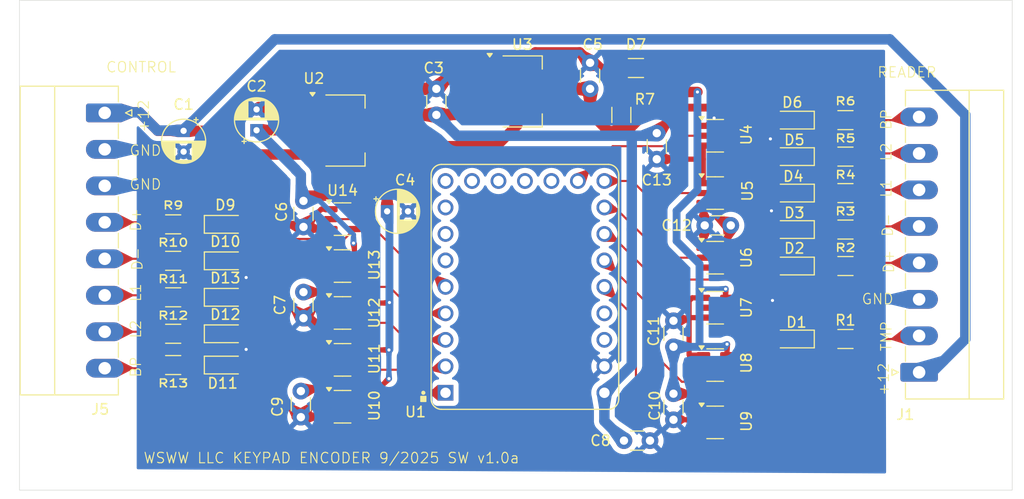
<source format=kicad_pcb>
(kicad_pcb (version 20240108) (generator "pcbnew") (generator_version "8.0")
  (layers (0 "F.Cu" signal) (31 "B.Cu" signal) (34 "B.Paste" user) (35 "F.Paste" user) (36 "B.SilkS" user "B.Silkscreen") (37 "F.SilkS" user "F.Silkscreen") (38 "B.Mask" user) (39 "F.Mask" user) (44 "Edge.Cuts" user))
  (net 0 "")
  (net 1 "Net-(J1-Pin_8)")
  (net 2 "+12V")
  (net 3 "Net-(J1-Pin_7)")
  (net 4 "Net-(J1-Pin_4)")
  (net 5 "Net-(J1-Pin_6)")
  (net 6 "Net-(J1-Pin_2)")
  (net 7 "GND")
  (net 8 "Net-(J5-Pin_4)")
  (net 9 "Net-(J5-Pin_5)")
  (net 10 "Net-(J5-Pin_7)")
  (net 11 "Net-(J5-Pin_8)")
  (net 12 "Net-(J5-Pin_6)")
  (net 14 "+5V")
  (net 15 "+3.3V")
  (net 16 "Net-(U1-GP2)")
  (net 18 "Net-(U1-GP15)")
  (net 20 "Net-(U1-GP26)")
  (net 23 "Net-(U1-GP27)")
  (net 25 "Net-(U1-GP4)")
  (net 26 "Net-(U1-GP3)")
  (net 27 "Net-(U1-GP0)")
  (net 28 "Net-(U1-GP14)")
  (net 29 "Net-(U1-GP28)")
  (net 30 "Net-(U1-GP1)")
  (net 34 "Net-(D1-K)")
  (net 35 "Net-(D2-K)")
  (net 36 "Net-(D3-K)")
  (net 37 "Net-(D4-K)")
  (net 38 "Net-(D5-K)")
  (net 39 "Net-(D6-K)")
  (net 40 "Net-(D7-A)")
  (net 41 "Net-(D9-K)")
  (net 42 "Net-(D10-K)")
  (net 43 "Net-(D11-K)")
  (net 44 "Net-(D12-K)")
  (net 45 "Net-(D13-K)")
  (net 46 "Net-(J1-Pin_5)")
  (net 48 "Net-(U1-GP13)")
  (footprint "Package_TO_SOT_SMD:SOT-23-5" (layer "F.Cu") (at 177 77.5)
    (property "Reference" "U4")
    (property "Value" "NC7SZ125M5X")
  )
  (footprint "Resistor_SMD:R_1206_3216Metric_Pad1.30x1.75mm_HandSolder" (layer "F.Cu") (at 189.5 90)
    (property "Reference" "R2")
    (property "Value" "R_Small_US")
  )
  (footprint "Capacitor_THT:CP_Radial_D4.0mm_P2.00mm" (layer "F.Cu") (at 145.5274 84.75)
    (property "Reference" "C4")
    (property "Value" "10")
  )
  (footprint "Diode_SMD:D_SOD-323_HandSoldering" (layer "F.Cu") (at 184.5 97 180)
    (property "Reference" "D1")
    (property "Value" "D_Zener_Small")
  )
  (footprint "MountingHole:MountingHole_3mm" (layer "F.Cu") (at 114 68.5)
    (property "Reference" "H1" (hide yes))
    (property "Value" "MountingHole")
  )
  (footprint "Resistor_SMD:R_1206_3216Metric_Pad1.30x1.75mm_HandSolder" (layer "F.Cu") (at 189.5 83)
    (property "Reference" "R4")
    (property "Value" "R_Small_US")
  )
  (footprint "Package_TO_SOT_SMD:SOT-23-5" (layer "F.Cu") (at 141.25 99)
    (property "Reference" "U11")
    (property "Value" "NC7SZ125M5X")
  )
  (footprint "Resistor_SMD:R_1206_3216Metric_Pad1.30x1.75mm_HandSolder" (layer "F.Cu") (at 189.5 97)
    (property "Reference" "R1")
    (property "Value" "R_Small_US")
  )
  (footprint "Diode_SMD:D_SOD-323_HandSoldering" (layer "F.Cu") (at 130 99.5)
    (property "Reference" "D11")
    (property "Value" "D_Zener_Small")
  )
  (footprint "Diode_SMD:D_SOD-323_HandSoldering" (layer "F.Cu") (at 130 86)
    (property "Reference" "D9")
    (property "Value" "D_Zener_Small")
  )
  (footprint "Resistor_SMD:R_1206_3216Metric_Pad1.30x1.75mm_HandSolder" (layer "F.Cu") (at 125 89.5)
    (property "Reference" "R10")
    (property "Value" "R_Small_US")
  )
  (footprint "Capacitor_THT:C_Disc_D3.0mm_W1.6mm_P2.50mm" (layer "F.Cu") (at 168.25 106.75)
    (property "Reference" "C8")
    (property "Value" "0.1")
  )
  (footprint "Audio_Module:MODULE_RP2040-ZERO" (layer "F.Cu") (at 158.75 92 180)
    (property "Reference" "U1")
    (property "Value" "RP2040-ZERO")
  )
  (footprint "Diode_SMD:D_SOD-323_HandSoldering" (layer "F.Cu") (at 184.5 79.5 180)
    (property "Reference" "D5")
    (property "Value" "D_Zener_Small")
  )
  (footprint "Resistor_SMD:R_1206_3216Metric_Pad1.30x1.75mm_HandSolder" (layer "F.Cu") (at 125 99.5)
    (property "Reference" "R13")
    (property "Value" "R_Small_US")
  )
  (footprint "Capacitor_THT:CP_Radial_D4.0mm_P2.00mm" (layer "F.Cu") (at 133 76.9726 90)
    (property "Reference" "C2")
    (property "Value" "10")
  )
  (footprint "Diode_SMD:D_SOD-323_HandSoldering" (layer "F.Cu") (at 184.5 86.5 180)
    (property "Reference" "D3")
    (property "Value" "D_Zener_Small")
  )
  (footprint "Package_TO_SOT_SMD:SOT-23-5" (layer "F.Cu") (at 177 89.2)
    (property "Reference" "U6")
    (property "Value" "NC7SZ125M5X")
  )
  (footprint "Capacitor_THT:C_Disc_D3.0mm_W1.6mm_P2.50mm" (layer "F.Cu") (at 173 104.75 90)
    (property "Reference" "C10")
    (property "Value" "0.1")
  )
  (footprint "Capacitor_THT:C_Disc_D3.0mm_W1.6mm_P2.50mm" (layer "F.Cu") (at 171.4 79.75 90)
    (property "Reference" "C13")
    (property "Value" "0.1")
  )
  (footprint "Diode_SMD:D_SOD-323_HandSoldering" (layer "F.Cu") (at 184.5 90 180)
    (property "Reference" "D2")
    (property "Value" "D_Zener_Small")
  )
  (footprint "Package_TO_SOT_SMD:SOT-223-3_TabPin2" (layer "F.Cu") (at 141.5 77)
    (property "Reference" "U2")
    (property "Value" "AMS1117-5.0")
  )
  (footprint "Package_TO_SOT_SMD:SOT-23-5" (layer "F.Cu") (at 177 105)
    (property "Reference" "U9")
    (property "Value" "NC7SZ125M5X")
  )
  (footprint "Resistor_SMD:R_1206_3216Metric_Pad1.30x1.75mm_HandSolder" (layer "F.Cu") (at 189.5 86.5)
    (property "Reference" "R3")
    (property "Value" "R_Small_US")
  )
  (footprint "Capacitor_THT:C_Disc_D3.0mm_W1.6mm_P2.50mm" (layer "F.Cu") (at 173 95.25 -90)
    (property "Reference" "C11")
    (property "Value" "0.1")
  )
  (footprint "Diode_SMD:D_SOD-323_HandSoldering" (layer "F.Cu") (at 130 96.5)
    (property "Reference" "D12")
    (property "Value" "D_Zener_Small")
  )
  (footprint "Capacitor_THT:C_Disc_D3.0mm_W1.6mm_P2.50mm" (layer "F.Cu") (at 137.5 83.75 -90)
    (property "Reference" "C6")
    (property "Value" "0.1")
  )
  (footprint "Resistor_SMD:R_1206_3216Metric_Pad1.30x1.75mm_HandSolder" (layer "F.Cu") (at 168 75.5 -90)
    (property "Reference" "R7")
    (property "Value" "R_Small_US")
  )
  (footprint "Capacitor_THT:C_Disc_D3.0mm_W1.6mm_P2.50mm" (layer "F.Cu") (at 150.25 75.5 90)
    (property "Reference" "C3")
    (property "Value" "0.1")
  )
  (footprint "Package_TO_SOT_SMD:SOT-23-5" (layer "F.Cu") (at 177 83)
    (property "Reference" "U5")
    (property "Value" "NC7SZ125M5X")
  )
  (footprint "Resistor_SMD:R_1206_3216Metric_Pad1.30x1.75mm_HandSolder" (layer "F.Cu") (at 125 96.5)
    (property "Reference" "R12")
    (property "Value" "R_Small_US")
  )
  (footprint "Connector_Phoenix_MC:PhoenixContact_MC_1,5_8-G-3.5_1x08_P3.50mm_Horizontal" (layer "F.Cu") (at 118.4325 75.305 -90)
    (property "Reference" "J5")
    (property "Value" "Conn_01x08_Pin")
  )
  (footprint "Resistor_SMD:R_1206_3216Metric_Pad1.30x1.75mm_HandSolder" (layer "F.Cu") (at 125 86)
    (property "Reference" "R9")
    (property "Value" "R_Small_US")
  )
  (footprint "MountingHole:MountingHole_3mm" (layer "F.Cu") (at 201.5 68.5)
    (property "Reference" "H3" (hide yes))
    (property "Value" "MountingHole")
  )
  (footprint "Resistor_SMD:R_1206_3216Metric_Pad1.30x1.75mm_HandSolder" (layer "F.Cu") (at 169.4 71)
    (property "Reference" "D7")
    (property "Value" "LED")
  )
  (footprint "Package_TO_SOT_SMD:SOT-23-5" (layer "F.Cu") (at 141.25 85.5)
    (property "Reference" "U14")
    (property "Value" "NC7SZ125M5X")
  )
  (footprint "Capacitor_THT:C_Disc_D3.0mm_W1.6mm_P2.50mm" (layer "F.Cu") (at 165 73 90)
    (property "Reference" "C5")
    (property "Value" "0.1")
  )
  (footprint "Capacitor_THT:CP_Radial_D4.0mm_P2.00mm" (layer "F.Cu") (at 126 77.0274 -90)
    (property "Reference" "C1")
    (property "Value" "10")
  )
  (footprint "Diode_SMD:D_SOD-323_HandSoldering" (layer "F.Cu") (at 184.5 76 180)
    (property "Reference" "D6")
    (property "Value" "D_Zener_Small")
  )
  (footprint "Resistor_SMD:R_1206_3216Metric_Pad1.30x1.75mm_HandSolder" (layer "F.Cu") (at 189.5 76)
    (property "Reference" "R6")
    (property "Value" "R_Small_US")
  )
  (footprint "Package_TO_SOT_SMD:SOT-23-5" (layer "F.Cu") (at 177 94)
    (property "Reference" "U7")
    (property "Value" "NC7SZ125M5X")
  )
  (footprint "Package_TO_SOT_SMD:SOT-223-3_TabPin2" (layer "F.Cu") (at 158.5 73.25)
    (property "Reference" "U3")
    (property "Value" "AMS1117-3.3")
  )
  (footprint "Capacitor_THT:C_Disc_D3.0mm_W1.6mm_P2.50mm" (layer "F.Cu") (at 176 86.1)
    (property "Reference" "C12")
    (property "Value" "0.1")
  )
  (footprint "Package_TO_SOT_SMD:SOT-23-5" (layer "F.Cu") (at 177 99.5)
    (property "Reference" "U8")
    (property "Value" "NC7SZ125M5X")
  )
  (footprint "Resistor_SMD:R_1206_3216Metric_Pad1.30x1.75mm_HandSolder" (layer "F.Cu") (at 189.5 79.5)
    (property "Reference" "R5")
    (property "Value" "R_Small_US")
  )
  (footprint "Package_TO_SOT_SMD:SOT-23-5" (layer "F.Cu") (at 141.25 94.5)
    (property "Reference" "U12")
    (property "Value" "NC7SZ125M5X")
  )
  (footprint "MountingHole:MountingHole_3mm" (layer "F.Cu") (at 201.5 107.5)
    (property "Reference" "H4" (hide yes))
    (property "Value" "MountingHole")
  )
  (footprint "Diode_SMD:D_SOD-323_HandSoldering" (layer "F.Cu") (at 130 93)
    (property "Reference" "D13")
    (property "Value" "D_Zener_Small")
  )
  (footprint "Package_TO_SOT_SMD:SOT-23-5" (layer "F.Cu") (at 141.25 103.5)
    (property "Reference" "U10")
    (property "Value" "NC7SZ125M5X")
  )
  (footprint "Capacitor_THT:C_Disc_D3.0mm_W1.6mm_P2.50mm" (layer "F.Cu") (at 137.25 102 -90)
    (property "Reference" "C9")
    (property "Value" "0.1")
  )
  (footprint "Package_TO_SOT_SMD:SOT-23-5" (layer "F.Cu") (at 141.25 90)
    (property "Reference" "U13")
    (property "Value" "NC7SZ125M5X")
  )
  (footprint "Connector_Phoenix_MC:PhoenixContact_MC_1,5_8-G-3.5_1x08_P3.50mm_Horizontal" (layer "F.Cu") (at 196.5675 100.195 90)
    (property "Reference" "J1")
    (property "Value" "Conn_01x08_Pin")
  )
  (footprint "MountingHole:MountingHole_3mm" (layer "F.Cu") (at 114 107.5)
    (property "Reference" "H2" (hide yes))
    (property "Value" "MountingHole")
  )
  (footprint "Resistor_SMD:R_1206_3216Metric_Pad1.30x1.75mm_HandSolder" (layer "F.Cu") (at 125 93)
    (property "Reference" "R11")
    (property "Value" "R_Small_US")
  )
  (footprint "Capacitor_THT:C_Disc_D3.0mm_W1.6mm_P2.50mm" (layer "F.Cu") (at 137.5 92.5 -90)
    (property "Reference" "C7")
    (property "Value" "0.1")
  )
  (footprint "Diode_SMD:D_SOD-323_HandSoldering" (layer "F.Cu") (at 130 89.5)
    (property "Reference" "D10")
    (property "Value" "D_Zener_Small")
  )
  (footprint "Diode_SMD:D_SOD-323_HandSoldering" (layer "F.Cu") (at 184.5 83 180)
    (property "Reference" "D4")
    (property "Value" "D_Zener_Small")
  )
  (gr_rect (start 148.75 102.5) (end 149.25 103) (stroke (width 0.1)) (fill solid) (layer "F.SilkS"))
  (gr_rect (start 110.25 64.5) (end 205.5 111.5) (stroke (width 0.05)) (fill none) (layer "Edge.Cuts"))
  (gr_text "BP\n" (at 194 77 90) (layer "F.SilkS") (effects (font (size 1 1) (thickness 0.1)) (justify left bottom)))
  (gr_text "D+\n" (at 122 86.75 90) (layer "F.SilkS") (effects (font (size 1 1) (thickness 0.1)) (justify left bottom)))
  (gr_text "GND" (at 120.75 82.75 0) (layer "F.SilkS") (effects (font (size 1 1) (thickness 0.1)) (justify left bottom)))
  (gr_text "TMP" (at 194 98.25 90) (layer "F.SilkS") (effects (font (size 1 1) (thickness 0.1)) (justify left bottom)))
  (gr_text "L2" (at 122 97 90) (layer "F.SilkS") (effects (font (size 1 1) (thickness 0.1)) (justify left bottom)))
  (gr_text "CONTROL\n" (at 118.5 71.5 0) (layer "F.SilkS") (effects (font (size 1 1) (thickness 0.1)) (justify left bottom)))
  (gr_text "L1" (at 194 83.5 90) (layer "F.SilkS") (effects (font (size 1 1) (thickness 0.1)) (justify left bottom)))
  (gr_text "D-\n\n" (at 195.75 87.25 90) (layer "F.SilkS") (effects (font (size 1 1) (thickness 0.1)) (justify left bottom)))
  (gr_text "D-\n\n" (at 123.75 90.5 90) (layer "F.SilkS") (effects (font (size 1 1) (thickness 0.1)) (justify left bottom)))
  (gr_text "+12" (at 122.75 77.25 90) (layer "F.SilkS") (effects (font (size 1 1) (thickness 0.1)) (justify left bottom)))
  (gr_text "GND" (at 120.75 79.5 0) (layer "F.SilkS") (effects (font (size 1 1) (thickness 0.1)) (justify left bottom)))
  (gr_text "READER" (at 192.5 72 0) (layer "F.SilkS") (effects (font (size 1 1) (thickness 0.1)) (justify left bottom)))
  (gr_text "D+\n" (at 194.25 90.75 90) (layer "F.SilkS") (effects (font (size 1 1) (thickness 0.1)) (justify left bottom)))
  (gr_text "BP\n" (at 122 100.75 90) (layer "F.SilkS") (effects (font (size 1 1) (thickness 0.1)) (justify left bottom)))
  (gr_text "+12" (at 193.75 102.5 90) (layer "F.SilkS") (effects (font (size 1 1) (thickness 0.1)) (justify left bottom)))
  (gr_text "GND" (at 191 93.75 0) (layer "F.SilkS") (effects (font (size 1 1) (thickness 0.1)) (justify left bottom)))
  (gr_text "WSWW LLC KEYPAD ENCODER 9/2025 SW v1.0a" (at 122.1 109 0) (layer "F.SilkS") (effects (font (size 1 1) (thickness 0.1)) (justify left bottom)))
  (gr_text "L2" (at 194 80 90) (layer "F.SilkS") (effects (font (size 1 1) (thickness 0.1)) (justify left bottom)))
  (gr_text "L1" (at 122 93.5 90) (layer "F.SilkS") (effects (font (size 1 1) (thickness 0.1)) (justify left bottom)))
  (segment (start 196.415 75.8475) (end 196.492 75.7712) (width 0.2) (layer "F.Cu") (net 1))
  (segment (start 196.568 75.695) (end 196.53 75.733) (width 0.2) (layer "F.Cu") (net 1))
  (segment (start 196.262 76) (end 191.05 76) (width 0.2) (layer "F.Cu") (net 1))
  (segment (start 196.415 75.8475) (end 196.262 76) (width 0.2) (layer "F.Cu") (net 1))
  (segment (start 196.415 75.8475) (end 196.492 75.7712) (width 0.2) (layer "F.Cu") (net 1))
  (segment (start 196.5675 75.6955) (end 196.5675 75.695) (width 0.2) (layer "F.Cu") (net 1))
  (segment (start 196.53 75.733) (end 196.492 75.771) (width 0.2) (layer "F.Cu") (net 1))
  (segment (start 196.492 75.771) (end 196.492 75.7712) (width 0.2) (layer "F.Cu") (net 1))
  (segment (start 196.53 75.733) (end 196.5675 75.6955) (width 0.2) (layer "F.Cu") (net 1))
  (segment (start 118.432 75.3048) (end 118.488 75.25) (width 1) (layer "F.Cu") (net 2))
  (segment (start 118.432 75.305) (end 118.432 75.3048) (width 0.5) (layer "F.Cu") (net 2))
  (segment (start 130.55 79.3) (end 138.35 79.3) (width 1) (layer "F.Cu") (net 2))
  (segment (start 126 77.0274) (end 128.277 77.0274) (width 1) (layer "F.Cu") (net 2))
  (segment (start 138.375 79.275) (end 138.35 79.3) (width 1) (layer "F.Cu") (net 2))
  (segment (start 128.277 77.0274) (end 130.55 79.3) (width 1) (layer "F.Cu") (net 2))
  (segment (start 121.75 75.25) (end 123.527 77.0274) (width 1) (layer "F.Cu") (net 2))
  (segment (start 123.527 77.0274) (end 126 77.0274) (width 1) (layer "F.Cu") (net 2))
  (segment (start 118.4325 75.305) (end 118.432 75.305) (width 0.5) (layer "F.Cu") (net 2))
  (segment (start 118.432 75.305) (end 118.432 75.3048) (width 1) (layer "F.Cu") (net 2))
  (segment (start 118.488 75.25) (end 121.75 75.25) (width 1) (layer "F.Cu") (net 2))
  (segment (start 201 97) (end 201 75.5) (width 1) (layer "B.Cu") (net 2))
  (segment (start 134.75 68.25) (end 126 77) (width 1) (layer "B.Cu") (net 2))
  (segment (start 126 77) (end 123.5 77) (width 1) (layer "B.Cu") (net 2))
  (segment (start 196.568 100.195) (end 197.805 100.195) (width 1) (layer "B.Cu") (net 2))
  (segment (start 123.5 77) (end 121.75 75.25) (width 1) (layer "B.Cu") (net 2))
  (segment (start 121.75 75.25) (end 118.488 75.25) (width 1) (layer "B.Cu") (net 2))
  (segment (start 118.488 75.25) (end 118.46 75.2775) (width 1) (layer "B.Cu") (net 2))
  (segment (start 196.5675 100.195) (end 196.568 100.195) (width 0.5) (layer "B.Cu") (net 2))
  (segment (start 201 75.5) (end 193.75 68.25) (width 1) (layer "B.Cu") (net 2))
  (segment (start 193.75 68.25) (end 134.75 68.25) (width 1) (layer "B.Cu") (net 2))
  (segment (start 197.805 100.195) (end 201 97) (width 1) (layer "B.Cu") (net 2))
  (segment (start 126 77.0274) (end 126 77) (width 1) (layer "B.Cu") (net 2))
  (segment (start 191.05 79.5) (end 191.355 79.195) (width 0.2) (layer "F.Cu") (net 3))
  (segment (start 196.5675 79.195) (end 196.568 79.195) (width 0.2) (layer "F.Cu") (net 3))
  (segment (start 191.355 79.195) (end 196.5675 79.195) (width 0.2) (layer "F.Cu") (net 3))
  (segment (start 191.355 89.695) (end 191.05 90) (width 0.2) (layer "F.Cu") (net 4))
  (segment (start 196.568 89.695) (end 196.5675 89.695) (width 0.2) (layer "F.Cu") (net 4))
  (segment (start 196.5675 89.695) (end 191.355 89.695) (width 0.2) (layer "F.Cu") (net 4))
  (segment (start 196.568 82.695) (end 196.5675 82.695) (width 0.2) (layer "F.Cu") (net 5))
  (segment (start 191.355 82.695) (end 191.05 83) (width 0.2) (layer "F.Cu") (net 5))
  (segment (start 196.5675 82.695) (end 191.355 82.695) (width 0.2) (layer "F.Cu") (net 5))
  (segment (start 196.415 96.8475) (end 196.262 97) (width 0.2) (layer "F.Cu") (net 6))
  (segment (start 196.415 96.8475) (end 196.5675 96.695) (width 0.2) (layer "F.Cu") (net 6))
  (segment (start 196.262 97) (end 191.05 97) (width 0.2) (layer "F.Cu") (net 6))
  (segment (start 183.25 84.7) (end 183.25 83) (width 0.5) (layer "F.Cu") (net 7))
  (segment (start 140.1125 90.95) (end 138.95 90.95) (width 0.5) (layer "F.Cu") (net 7))
  (segment (start 175.8625 83.95) (end 175.8625 85.9625) (width 0.5) (layer "F.Cu") (net 7))
  (segment (start 173 104.75) (end 174.5 104.75) (width 0.5) (layer "F.Cu") (net 7))
  (segment (start 175.862 100.45) (end 175.8625 100.45) (width 0.5) (layer "F.Cu") (net 7))
  (segment (start 140.1125 84.55) (end 140.112 84.55) (width 0.5) (layer "F.Cu") (net 7))
  (segment (start 175.862 79.75) (end 175.862 82.05) (width 0.5) (layer "F.Cu") (net 7))
  (segment (start 136.6 104.5) (end 137.25 104.5) (width 0.5) (layer "F.Cu") (net 7))
  (segment (start 175.8625 94.95) (end 174.55 94.95) (width 0.5) (layer "F.Cu") (net 7))
  (segment (start 167.85 71) (end 165.5 71) (width 0.5) (layer "F.Cu") (net 7))
  (segment (start 165.5 71) (end 165 70.5) (width 0.5) (layer "F.Cu") (net 7))
  (segment (start 175.8625 78.45) (end 175.862 78.45) (width 0.5) (layer "F.Cu") (net 7))
  (segment (start 173.5 79.75) (end 175.862 79.75) (width 0.5) (layer "F.Cu") (net 7))
  (segment (start 173.25 95) (end 173 95.25) (width 0.5) (layer "F.Cu") (net 7))
  (segment (start 174.55 99.95) (end 174.55 98.55) (width 0.5) (layer "F.Cu") (net 7))
  (segment (start 131.25 91.1) (end 132 91.1) (width 0.5) (layer "F.Cu") (net 7))
  (segment (start 171.75 79.75) (end 173.5 79.75) (width 0.5) (layer "F.Cu") (net 7))
  (segment (start 164 69.5) (end 159.75 69.5) (width 1) (layer "F.Cu") (net 7))
  (segment (start 176.15 76.55) (end 175.8625 76.55) (width 0.5) (layer "F.Cu") (net 7))
  (segment (start 175.862 78.45) (end 175.862 79.75) (width 0.5) (layer "F.Cu") (net 7))
  (segment (start 175.8625 86.1125) (end 175.85 86.1) (width 0.5) (layer "F.Cu") (net 7))
  (segment (start 138.5 90.5) (end 138.5 89.5) (width 0.5) (layer "F.Cu") (net 7))
  (segment (start 174.55 94.95) (end 174.5 95) (width 0.5) (layer "F.Cu") (net 7))
  (segment (start 175.8625 85.9625) (end 176 86.1) (width 0.5) (layer "F.Cu") (net 7))
  (segment (start 140.112 84.55) (end 139.2 84.55) (width 0.5) (layer "F.Cu") (net 7))
  (segment (start 141.25 99.75) (end 141.25 98.35) (width 0.5) (layer "F.Cu") (net 7))
  (segment (start 175.05 100.45) (end 174.55 99.95) (width 0.5) (layer "F.Cu") (net 7))
  (segment (start 155.35 70.95) (end 152.3 70.95) (width 1) (layer "F.Cu") (net 7))
  (segment (start 183.25 90) (end 183.25 93.3) (width 0.5) (layer "F.Cu") (net 7))
  (segment (start 141.05 99.95) (end 141.25 99.75) (width 0.5) (layer "F.Cu") (net 7))
  (segment (start 137.95 95.45) (end 137.5 95) (width 0.5) (layer "F.Cu") (net 7))
  (segment (start 133.223 74.75) (end 138.3 74.75) (width 1) (layer "F.Cu") (net 7))
  (segment (start 138.5 89.5) (end 138.5 89.05) (width 0.5) (layer "F.Cu") (net 7))
  (segment (start 175.837 98.525) (end 175.812 98.5) (width 0.5) (layer "F.Cu") (net 7))
  (segment (start 140.1125 93.55) (end 140.112 93.55) (width 0.5) (layer "F.Cu") (net 7))
  (segment (start 140.95 74.75) (end 138.4 74.75) (width 1) (layer "F.Cu") (net 7))
  (segment (start 140.1125 89.05) (end 140.112 89.05) (width 0.5) (layer "F.Cu") (net 7))
  (segment (start 175.8625 104.05) (end 175.862 104.05) (width 0.5) (layer "F.Cu") (net 7))
  (segment (start 174.5 98.5) (end 174.5 93.35) (width 0.5) (layer "F.Cu") (net 7))
  (segment (start 174.5 104.75) (end 174.5 104.05) (width 0.5) (layer "F.Cu") (net 7))
  (segment (start 175.8625 98.55) (end 174.55 98.55) (width 0.5) (layer "F.Cu") (net 7))
  (segment (start 175.8625 88.25) (end 175.8625 86.2375) (width 0.5) (layer "F.Cu") (net 7))
  (segment (start 176.9 75.8) (end 176.15 76.55) (width 0.5) (layer "F.Cu") (net 7))
  (segment (start 131.65 86) (end 137.25 86) (width 0.5) (layer "F.Cu") (net 7))
  (segment (start 139.2 84.55) (end 137.5 86.25) (width 0.5) (layer "F.Cu") (net 7))
  (segment (start 136.5 90.5) (end 138.25 90.5) (width 0.5) (layer "F.Cu") (net 7))
  (segment (start 135.5 91.5) (end 136.5 90.5) (width 0.5) (layer "F.Cu") (net 7))
  (segment (start 131.25 96.5) (end 131.25 98) (width 0.5) (layer "F.Cu") (net 7))
  (segment (start 174.5 95) (end 173.25 95) (width 0.5) (layer "F.Cu") (net 7))
  (segment (start 137.25 104.5) (end 137.3 104.45) (width 0.5) (layer "F.Cu") (net 7))
  (segment (start 174.5 105.95) (end 174.5 104.75) (width 0.5) (layer "F.Cu") (net 7))
  (segment (start 155.4 71) (end 155.35 70.95) (width 1) (layer "F.Cu") (net 7))
  (segment (start 138.95 93.55) (end 137.5 95) (width 0.5) (layer "F.Cu") (net 7))
  (segment (start 158.25 71) (end 155.4 71) (width 1) (layer "F.Cu") (net 7))
  (segment (start 175.812 100.5) (end 175.862 100.45) (width 0.5) (layer "F.Cu") (net 7))
  (segment (start 176.85 90.15) (end 177 90) (width 0.5) (layer "F.Cu") (net 7))
  (segment (start 136.55 99.95) (end 135.55 100.95) (width 0.5) (layer "F.Cu") (net 7))
  (segment (start 175.8625 105.95) (end 175.862 105.95) (width 0.5) (layer "F.Cu") (net 7))
  (segment (start 175.8625 86.2375) (end 176 86.1) (width 0.5) (layer "F.Cu") (net 7))
  (segment (start 183.25 77.8) (end 183.25 76) (width 0.5) (layer "F.Cu") (net 7))
  (segment (start 135.55 100.95) (end 135.55 102.8) (width 0.5) (layer "F.Cu") (net 7))
  (segment (start 140.112 95.45) (end 137.95 95.45) (width 0.5) (layer "F.Cu") (net 7))
  (segment (start 177 90) (end 177 88.25) (width 0.5) (layer "F.Cu") (net 7))
  (segment (start 174.8 93.05) (end 175.8625 93.05) (width 0.5) (layer "F.Cu") (net 7))
  (segment (start 152.3 70.95) (end 150.25 73) (width 1) (layer "F.Cu") (net 7))
  (segment (start 175.862 105.95) (end 174.5 105.95) (width 0.5) (layer "F.Cu") (net 7))
  (segment (start 140.112 93.55) (end 138.95 93.55) (width 0.5) (layer "F.Cu") (net 7))
  (segment (start 175.8625 82.05) (end 175.862 82.05) (width 0.5) (layer "F.Cu") (net 7))
  (segment (start 175.8625 90.15) (end 176.85 90.15) (width 0.5) (layer "F.Cu") (net 7))
  (segment (start 165 70.5) (end 164 69.5) (width 1) (layer "F.Cu") (net 7))
  (segment (start 175.8625 100.45) (end 175.05 100.45) (width 0.5) (layer "F.Cu") (net 7))
  (segment (start 138.3 74.75) (end 138.35 74.7) (width 1) (layer "F.Cu") (net 7))
  (segment (start 139.05 102.55) (end 137.25 104.35) (width 0.5) (layer "F.Cu") (net 7))
  (segment (start 183.25 97) (end 183.155 96.905) (width 0.5) (layer "F.Cu") (net 7))
  (segment (start 137.7 86.45) (end 137.5 86.25) (width 0.5) (layer "F.Cu") (net 7))
  (segment (start 137.3 104.45) (end 140.1125 104.45) (width 0.5) (layer "F.Cu") (net 7))
  (segment (start 174.55 98.55) (end 174.5 98.5) (width 0.5) (layer "F.Cu") (net 7))
  (segment (start 183.25 77.8) (end 182.3 77.8) (width 0.5) (layer "F.Cu") (net 7))
  (segment (start 140.1125 86.45) (end 140.112 86.45) (width 0.5) (layer "F.Cu") (net 7))
  (segment (start 137.25 104.35) (end 137.25 104.5) (width 0.5) (layer "F.Cu") (net 7))
  (segment (start 183.25 84.7) (end 182.4 84.7) (width 0.5) (layer "F.Cu") (net 7))
  (segment (start 183.25 86.5) (end 183.1 86.5) (width 0.5) (layer "F.Cu") (net 7))
  (segment (start 159.75 69.5) (end 158.25 71) (width 1) (layer "F.Cu") (net 7))
  (segment (start 150.25 73) (end 142.7 73) (width 1) (layer "F.Cu") (net 7))
  (segment (start 135.5 93) (end 135.5 91.5) (width 0.5) (layer "F.Cu") (net 7))
  (segment (start 131.25 89.5) (end 131.25 91.1) (width 0.5) (layer "F.Cu") (net 7))
  (segment (start 131.25 96.5023) (end 131.25 96.5011) (width 0.5) (layer "F.Cu") (net 7))
  (segment (start 138.5 90.25) (end 138.5 89.5) (width 0.5) (layer "F.Cu") (net 7))
  (segment (start 141.25 98.35) (end 140.95 98.05) (width 0.5) (layer "F.Cu") (net 7))
  (segment (start 138.25 90.5) (end 138.5 90.25) (width 0.5) (layer "F.Cu") (net 7))
  (segment (start 142.7 73) (end 140.95 74.75) (width 1) (layer "F.Cu") (net 7))
  (segment (start 135.5 93) (end 137.5 95) (width 0.5) (layer "F.Cu") (net 7))
  (segment (start 132 98) (end 131.25 98) (width 0.5) (layer "F.Cu") (net 7))
  (segment (start 183.25 86.5) (end 183.25 84.7) (width 0.5) (layer "F.Cu") (net 7))
  (segment (start 137.25 86) (end 137.5 86.25) (width 1) (layer "F.Cu") (net 7))
  (segment (start 140.1125 99.95) (end 136.55 99.95) (width 0.5) (layer "F.Cu") (net 7))
  (segment (start 131.25 98) (end 131.25 99.5) (width 0.5) (layer "F.Cu") (net 7))
  (segment (start 140.1125 102.55) (end 139.05 102.55) (width 0.5) (layer "F.Cu") (net 7))
  (segment (start 135.55 102.8) (end 137.25 104.5) (width 0.5) (layer "F.Cu") (net 7))
  (segment (start 138.5 89.05) (end 140.112 89.05) (width 0.5) (layer "F.Cu") (net 7))
  (segment (start 174.5 104.05) (end 175.862 104.05) (width 0.5) (layer "F.Cu") (net 7))
  (segment (start 140.1125 95.45) (end 140.112 95.45) (width 0.5) (layer "F.Cu") (net 7))
  (segment (start 138.4 74.75) (end 138.35 74.7) (width 1) (layer "F.Cu") (net 7))
  (segment (start 175.8625 83.95) (end 175.862 83.95) (width 0.5) (layer "F.Cu") (net 7))
  (segment (start 140.112 86.45) (end 137.7 86.45) (width 0.5) (layer "F.Cu") (net 7))
  (segment (start 174.5 93.35) (end 174.8 93.05) (width 0.5) (layer "F.Cu") (net 7))
  (segment (start 177 88.25) (end 175.8625 88.25) (width 0.5) (layer "F.Cu") (net 7))
  (segment (start 131.25 96.5011) (end 131.25 96.5) (width 0.5) (layer "F.Cu") (net 7))
  (segment (start 140.1125 99.95) (end 141.05 99.95) (width 0.5) (layer "F.Cu") (net 7))
  (segment (start 131.25 96.5023) (end 131.252 96.5) (width 0.5) (layer "F.Cu") (net 7))
  (segment (start 175.838 98.525) (end 175.862 98.55) (width 0.5) (layer "F.Cu") (net 7))
  (segment (start 175.837 98.525) (end 175.838 98.525) (width 0.5) (layer "F.Cu") (net 7))
  (segment (start 131.25 86) (end 131.65 86) (width 0.5) (layer "F.Cu") (net 7))
  (segment (start 183.25 79.5) (end 183.25 77.8) (width 0.5) (layer "F.Cu") (net 7))
  (segment (start 182.5 93.3) (end 183.25 93.3) (width 0.5) (layer "F.Cu") (net 7))
  (segment (start 175.8625 98.55) (end 175.862 98.55) (width 0.5) (layer "F.Cu") (net 7))
  (segment (start 138.95 90.95) (end 138.5 90.5) (width 0.5) (layer "F.Cu") (net 7))
  (segment (start 131.25 91.1) (end 131.25 93) (width 0.5) (layer "F.Cu") (net 7))
  (segment (start 133 74.9726) (end 133.223 74.75) (width 1) (layer "F.Cu") (net 7))
  (segment (start 140.95 98.05) (end 140.1125 98.05) (width 0.5) (layer "F.Cu") (net 7))
  (segment (start 175.8625 86.0875) (end 175.85 86.1) (width 0.5) (layer "F.Cu") (net 7))
  (segment (start 183.25 93.3) (end 183.25 97) (width 0.5) (layer "F.Cu") (net 7))
  (via (at 176.9 75.8) (size 0.6) (drill 0.3) (layers "F.Cu" "B.Cu") (net 7))
  (via (at 132 91.1) (size 0.6) (drill 0.3) (layers "F.Cu" "B.Cu") (net 7))
  (via (at 132 98) (size 0.6) (drill 0.3) (layers "F.Cu" "B.Cu") (net 7))
  (via (at 182.4 84.7) (size 0.6) (drill 0.3) (layers "F.Cu" "B.Cu") (net 7))
  (via (at 182.3 77.8) (size 0.6) (drill 0.3) (layers "F.Cu" "B.Cu") (net 7))
  (via (at 182.5 93.3) (size 0.6) (drill 0.3) (layers "F.Cu" "B.Cu") (net 7))
  (segment (start 173.25 95) (end 173 95.25) (width 1) (layer "B.Cu") (net 7))
  (segment (start 133 74.9726) (end 132.5274 74.9726) (width 1) (layer "B.Cu") (net 7))
  (segment (start 126 79.0274) (end 126 79.25) (width 1) (layer "B.Cu") (net 7))
  (segment (start 126 79.0274) (end 126.027 79) (width 1) (layer "B.Cu") (net 7))
  (segment (start 137.374 104.5) (end 137.25 104.5) (width 0.5) (layer "B.Cu") (net 7))
  (segment (start 191.505 93.195) (end 191.5 93.2) (width 0.5) (layer "B.Cu") (net 7))
  (segment (start 122.9 78.805) (end 118.4325 78.805) (width 1) (layer "B.Cu") (net 7))
  (segment (start 147.5274 84.75) (end 147.527 84.75) (width 0.5) (layer "B.Cu") (net 7))
  (segment (start 196.5675 93.195) (end 191.505 93.195) (width 1) (layer "B.Cu") (net 7))
  (segment (start 122.945 82.305) (end 122.9 82.26) (width 1) (layer "B.Cu") (net 7))
  (segment (start 118.4325 82.305) (end 122.945 82.305) (width 1) (layer "B.Cu") (net 7))
  (segment (start 118.432 85.805) (end 123.98 85.805) (width 0.2) (layer "F.Cu") (net 8))
  (segment (start 118.432 89.305) (end 123.98 89.305) (width 0.2) (layer "F.Cu") (net 9))
  (segment (start 118.432 96.305) (end 123.98 96.305) (width 0.2) (layer "F.Cu") (net 10))
  (segment (start 118.432 99.805) (end 123.87 99.805) (width 0.2) (layer "F.Cu") (net 11))
  (segment (start 118.432 92.805) (end 123.98 92.805) (width 0.2) (layer "F.Cu") (net 12))
  (segment (start 178.138 76.55) (end 178.138 76.6125) (width 0.5) (layer "F.Cu") (net 14))
  (segment (start 142.25 77) (end 144.65 77) (width 1) (layer "F.Cu") (net 14))
  (segment (start 142.3875 83.3875) (end 142.25 83.25) (width 0.5) (layer "F.Cu") (net 14))
  (segment (start 155.3 75.5) (end 155.35 75.55) (width 1) (layer "F.Cu") (net 14))
  (segment (start 178.138 82.05) (end 178.1375 82.05) (width 0.5) (layer "F.Cu") (net 14))
  (segment (start 142.25 83.25) (end 138 83.25) (width 1) (layer "F.Cu") (net 14))
  (segment (start 173.85 74.8) (end 177.5 74.8) (width 0.75) (layer "F.Cu") (net 14))
  (segment (start 142.3875 89.05) (end 142.388 89.05) (width 0.5) (layer "F.Cu") (net 14))
  (segment (start 177.9 86.1) (end 178.5 86.1) (width 0.5) (layer "F.Cu") (net 14))
  (segment (start 144.65 77) (end 146.5 77) (width 1) (layer "F.Cu") (net 14))
  (segment (start 177 77.75) (end 177 79.8) (width 0.5) (layer "F.Cu") (net 14))
  (segment (start 142.388 84.55) (end 142.388 84.5498) (width 0.5) (layer "F.Cu") (net 14))
  (segment (start 142.3875 87.8875) (end 142.3 87.8) (width 0.5) (layer "F.Cu") (net 14))
  (segment (start 142.3879 84.55) (end 142.3875 84.55) (width 0.5) (layer "F.Cu") (net 14))
  (segment (start 177.5 74.8) (end 178.2 75.5) (width 0.75) (layer "F.Cu") (net 14))
  (segment (start 138.35 77) (end 142.25 77) (width 1) (layer "F.Cu") (net 14))
  (segment (start 177 79.8) (end 178.1375 80.9375) (width 0.5) (layer "F.Cu") (net 14))
  (segment (start 133 76.9726) (end 138.323 76.9726) (width 1) (layer "F.Cu") (net 14))
  (segment (start 171.4 77.25) (end 173.85 74.8) (width 0.75) (layer "F.Cu") (net 14))
  (segment (start 148 75.5) (end 150.25 75.5) (width 1) (layer "F.Cu") (net 14))
  (segment (start 150.25 75.5) (end 155.3 75.5) (width 1) (layer "F.Cu") (net 14))
  (segment (start 178.1375 86.4625) (end 178.5 86.1) (width 0.5) (layer "F.Cu") (net 14))
  (segment (start 178.2 75.5) (end 178.2 76.4875) (width 0.75) (layer "F.Cu") (net 14))
  (segment (start 178.1375 88.25) (end 178.1375 86.4625) (width 0.5) (layer "F.Cu") (net 14))
  (segment (start 178.1375 82.3625) (end 177 83.5) (width 0.5) (layer "F.Cu") (net 14))
  (segment (start 142.3875 84.55) (end 142.3875 83.3875) (width 0.5) (layer "F.Cu") (net 14))
  (segment (start 142.3875 89.05) (end 142.3875 87.8875) (width 0.5) (layer "F.Cu") (net 14))
  (segment (start 177 83.5) (end 177 85.2) (width 0.5) (layer "F.Cu") (net 14))
  (segment (start 178.1375 86.3125) (end 178.35 86.1) (width 0.5) (layer "F.Cu") (net 14))
  (segment (start 178.2 76.4875) (end 178.1375 76.55) (width 0.5) (layer "F.Cu") (net 14))
  (segment (start 142.25 77) (end 142.25 83.25) (width 1) (layer "F.Cu") (net 14))
  (segment (start 146.5 77) (end 148 75.5) (width 1) (layer "F.Cu") (net 14))
  (segment (start 178.1375 80.9375) (end 178.1375 82.05) (width 0.5) (layer "F.Cu") (net 14))
  (segment (start 178.1375 76.55) (end 178.138 76.55) (width 0.5) (layer "F.Cu") (net 14))
  (segment (start 138 83.25) (end 137.5 83.75) (width 1) (layer "F.Cu") (net 14))
  (segment (start 178.1375 82.05) (end 178.1375 82.3625) (width 0.5) (layer "F.Cu") (net 14))
  (segment (start 178.138 76.6125) (end 177 77.75) (width 0.5) (layer "F.Cu") (net 14))
  (segment (start 138.323 76.9726) (end 138.35 77) (width 1) (layer "F.Cu") (net 14))
  (segment (start 177 85.2) (end 177.9 86.1) (width 0.5) (layer "F.Cu") (net 14))
  (via (at 142.3 87.8) (size 0.6) (drill 0.3) (layers "F.Cu" "B.Cu") (net 14))
  (segment (start 150.25 75.5) (end 152.25 77.5) (width 1) (layer "B.Cu") (net 14))
  (segment (start 152.25 77.5) (end 169 77.5) (width 1) (layer "B.Cu") (net 14))
  (segment (start 137.25 81.25) (end 137.25 83.5) (width 1) (layer "B.Cu") (net 14))
  (segment (start 136.75 80.7226) (end 136.75 80.75) (width 1) (layer "B.Cu") (net 14))
  (segment (start 133 76.9726) (end 136.75 80.7226) (width 1) (layer "B.Cu") (net 14))
  (segment (start 137.25 83.5) (end 137.5 83.75) (width 1) (layer "B.Cu") (net 14))
  (segment (start 166.37 102.16) (end 166.37 104.87) (width 1) (layer "B.Cu") (net 14))
  (segment (start 166.37 102.13) (end 166.37 102.16) (width 1) (layer "B.Cu") (net 14))
  (segment (start 136.75 80.75) (end 137.25 81.25) (width 1) (layer "B.Cu") (net 14))
  (segment (start 139.05 83.75) (end 137.5 83.75) (width 0.5) (layer "B.Cu") (net 14))
  (segment (start 142.3 87.8) (end 142.3 87) (width 0.5) (layer "B.Cu") (net 14))
  (segment (start 171.15 77.5) (end 171.4 77.25) (width 1) (layer "B.Cu") (net 14))
  (segment (start 142.3 87) (end 139.05 83.75) (width 0.5) (layer "B.Cu") (net 14))
  (segment (start 166.37 104.87) (end 168.25 106.75) (width 1) (layer "B.Cu") (net 14))
  (segment (start 169 77.5) (end 171.15 77.5) (width 1) (layer "B.Cu") (net 14))
  (segment (start 169 86.5) (end 169 99.5) (width 1) (layer "B.Cu") (net 14))
  (segment (start 169 99.5) (end 166.37 102.13) (width 1) (layer "B.Cu") (net 14))
  (segment (start 171.5 77.5) (end 171.75 77.25) (width 1) (layer "B.Cu") (net 14))
  (segment (start 169 86.5) (end 169 77.5) (width 1) (layer "B.Cu") (net 14))
  (segment (start 178.138 93.05) (end 178.138 93.0498) (width 0.5) (layer "F.Cu") (net 15))
  (segment (start 142.3875 102.55) (end 142.3875 101.9875) (width 0.5) (layer "F.Cu") (net 15))
  (segment (start 178.138 103.888) (end 176.5 102.25) (width 0.5) (layer "F.Cu") (net 15))
  (segment (start 165 73) (end 165 75.3) (width 1) (layer "F.Cu") (net 15))
  (segment (start 149.5 78.5) (end 145.527 82.473) (width 1) (layer "F.Cu") (net 15))
  (segment (start 142.3875 98.05) (end 142.388 98.05) (width 0.5) (layer "F.Cu") (net 15))
  (segment (start 165 75.3) (end 166.75 77.05) (width 1) (layer "F.Cu") (net 15))
  (segment (start 165 73) (end 161.9 73) (width 1) (layer "F.Cu") (net 15))
  (segment (start 168.55 77.05) (end 168 77.05) (width 1) (layer "F.Cu") (net 15))
  (segment (start 178 92.9125) (end 178.138 93.0498) (width 0.5) (layer "F.Cu") (net 15))
  (segment (start 142.3875 93.3875) (end 141.5 92.5) (width 0.5) (layer "F.Cu") (net 15))
  (segment (start 145.527 82.473) (end 145.527 84.0558) (width 1) (layer "F.Cu") (net 15))
  (segment (start 142.3875 101.9875) (end 142.15 101.75) (width 0.5) (layer "F.Cu") (net 15))
  (segment (start 178.138 104.05) (end 178.138 103.888) (width 0.5) (layer "F.Cu") (net 15))
  (segment (start 158 73.25) (end 158 76.5) (width 1) (layer "F.Cu") (net 15))
  (segment (start 178.1375 93.05) (end 178.138 93.05) (width 0.5) (layer "F.Cu") (net 15))
  (segment (start 142.15 101.75) (end 137.5 101.75) (width 0.5) (layer "F.Cu") (net 15))
  (segment (start 141.5 92.5) (end 137.5 92.5) (width 0.5) (layer "F.Cu") (net 15))
  (segment (start 145.527 84.0558) (end 145.527 84.75) (width 0.5) (layer "F.Cu") (net 15))
  (segment (start 142.3875 93.55) (end 142.3875 93.3875) (width 0.5) (layer "F.Cu") (net 15))
  (segment (start 175.3 73.3) (end 172.3 73.3) (width 1) (layer "F.Cu") (net 15))
  (segment (start 145.7 100.8) (end 143.95 102.55) (width 0.5) (layer "F.Cu") (net 15))
  (segment (start 142.388 98.05) (end 145.7 98.05) (width 0.5) (layer "F.Cu") (net 15))
  (segment (start 137.5 101.75) (end 137.25 102) (width 0.5) (layer "F.Cu") (net 15))
  (segment (start 178.138 93.0498) (end 178.138 93.05) (width 0.5) (layer "F.Cu") (net 15))
  (segment (start 178.1375 104.05) (end 178.138 104.05) (width 0.5) (layer "F.Cu") (net 15))
  (segment (start 172.3 73.3) (end 168.55 77.05) (width 1) (layer "F.Cu") (net 15))
  (segment (start 145.527 84.0558) (end 145.527 84.75) (width 1) (layer "F.Cu") (net 15))
  (segment (start 143.95 102.55) (end 142.3875 102.55) (width 0.5) (layer "F.Cu") (net 15))
  (segment (start 156 78.5) (end 149.5 78.5) (width 1) (layer "F.Cu") (net 15))
  (segment (start 145.527 84.0558) (end 145.5274 84.0562) (width 0.5) (layer "F.Cu") (net 15))
  (segment (start 145.7 93.55) (end 142.3875 93.55) (width 0.5) (layer "F.Cu") (net 15))
  (segment (start 178 92.2) (end 178 92.9125) (width 0.5) (layer "F.Cu") (net 15))
  (segment (start 178.138 97.5) (end 178.138 98.55) (width 0.5) (layer "F.Cu") (net 15))
  (segment (start 145.527 83.3613) (end 145.527 84.0558) (width 0.5) (layer "F.Cu") (net 15))
  (segment (start 178.1375 98.55) (end 178.138 98.55) (width 0.5) (layer "F.Cu") (net 15))
  (segment (start 161.9 73) (end 161.65 73.25) (width 1) (layer "F.Cu") (net 15))
  (segment (start 145.75 93.5) (end 145.7 93.55) (width 0.5) (layer "F.Cu") (net 15))
  (segment (start 158 73.25) (end 155.35 73.25) (width 1) (layer "F.Cu") (net 15))
  (segment (start 145.75 98) (end 145.7 98.05) (width 0.5) (layer "F.Cu") (net 15))
  (segment (start 158 76.5) (end 156 78.5) (width 1) (layer "F.Cu") (net 15))
  (segment (start 176.5 102.25) (end 173 102.25) (width 0.5) (layer "F.Cu") (net 15))
  (segment (start 158 73.25) (end 161.65 73.25) (width 1) (layer "F.Cu") (net 15))
  (segment (start 166.75 77.05) (end 168 77.05) (width 1) (layer "F.Cu") (net 15))
  (segment (start 145.5274 84.0562) (end 145.5274 84.75) (width 0.5) (layer "F.Cu") (net 15))
  (via (at 178 92.2) (size 0.6) (drill 0.3) (layers "F.Cu" "B.Cu") (net 15))
  (via (at 178.138 97.5) (size 0.6) (drill 0.3) (layers "F.Cu" "B.Cu") (net 15))
  (via (at 145.7 98.05) (size 0.6) (drill 0.3) (layers "F.Cu" "B.Cu") (net 15))
  (via (at 145.7 100.8) (size 0.6) (drill 0.3) (layers "F.Cu" "B.Cu") (net 15))
  (via (at 175.3 73.3) (size 0.6) (drill 0.3) (layers "F.Cu" "B.Cu") (net 15))
  (via (at 145.75 93.5) (size 0.6) (drill 0.3) (layers "F.Cu" "B.Cu") (net 15))
  (segment (start 145.75 84.9726) (end 145.638 84.8613) (width 0.5) (layer "B.Cu") (net 15))
  (segment (start 145.75 98) (end 145.7 98.05) (width 0.5) (layer "B.Cu") (net 15))
  (segment (start 173.3 87.6) (end 175.5 89.8) (width 0.75) (layer "B.Cu") (net 15))
  (segment (start 173 97.75) (end 173 102.25) (width 0.75) (layer "B.Cu") (net 15))
  (segment (start 175.5 89.8) (end 175.5 92.2) (width 0.75) (layer "B.Cu") (net 15))
  (segment (start 175.5 97.75) (end 175.5 92.2) (width 0.75) (layer "B.Cu") (net 15))
  (segment (start 178 92.2) (end 175.5 92.2) (width 0.5) (layer "B.Cu") (net 15))
  (segment (start 175.3 82.7) (end 173.3 84.7) (width 0.75) (layer "B.Cu") (net 15))
  (segment (start 145.75 93.5) (end 145.75 98) (width 0.75) (layer "B.Cu") (net 15))
  (segment (start 177.888 97.75) (end 175.5 97.75) (width 0.75) (layer "B.Cu") (net 15))
  (segment (start 145.5274 84.75) (end 145.527 84.75) (width 0.5) (layer "B.Cu") (net 15))
  (segment (start 175.5 97.75) (end 174.5 97.75) (width 0.75) (layer "B.Cu") (net 15))
  (segment (start 145.527 84.7502) (end 145.527 84.75) (width 0.5) (layer "B.Cu") (net 15))
  (segment (start 173.3 84.7) (end 173.3 87.6) (width 0.75) (layer "B.Cu") (net 15))
  (segment (start 145.638 84.8613) (end 145.527 84.75) (width 0.5) (layer "B.Cu") (net 15))
  (segment (start 173 97.75) (end 174.5 97.75) (width 0.75) (layer "B.Cu") (net 15))
  (segment (start 145.638 84.8613) (end 145.527 84.7502) (width 0.5) (layer "B.Cu") (net 15))
  (segment (start 175.3 73.3) (end 175.3 82.7) (width 0.75) (layer "B.Cu") (net 15))
  (segment (start 145.75 93.5) (end 145.75 84.9726) (width 0.75) (layer "B.Cu") (net 15))
  (segment (start 145.7 98.05) (end 145.7 100.8) (width 0.5) (layer "B.Cu") (net 15))
  (segment (start 178.138 97.5) (end 177.888 97.75) (width 0.5) (layer "B.Cu") (net 15))
  (segment (start 147.38 97.08) (end 151.13 97.08) (width 0.2) (layer "F.Cu") (net 16))
  (segment (start 142.3875 95.45) (end 145.75 95.45) (width 0.2) (layer "F.Cu") (net 16))
  (segment (start 145.75 95.45) (end 147.38 97.08) (width 0.2) (layer "F.Cu") (net 16))
  (segment (start 172.2017 89.2) (end 175.8625 89.2) (width 0.2) (layer "F.Cu") (net 18))
  (segment (start 167.3817 84.38) (end 172.2017 89.2) (width 0.2) (layer "F.Cu") (net 18))
  (segment (start 166.37 84.38) (end 167.3817 84.38) (width 0.2) (layer "F.Cu") (net 18))
  (segment (start 166.848 87.3983) (end 166.37 86.92) (width 0.2) (layer "F.Cu") (net 20))
  (segment (start 179.5 94.55) (end 179.1 94.95) (width 0.2) (layer "F.Cu") (net 20))
  (segment (start 178.1377 94.9498) (end 178.138 94.95) (width 0.2) (layer "F.Cu") (net 20))
  (segment (start 171.3 91.3) (end 178.6 91.3) (width 0.2) (layer "F.Cu") (net 20))
  (segment (start 166.37 86.92) (end 166.92 86.92) (width 0.2) (layer "F.Cu") (net 20))
  (segment (start 166.92 86.92) (end 171.3 91.3) (width 0.2) (layer "F.Cu") (net 20))
  (segment (start 179.1 94.95) (end 178.1375 94.95) (width 0.2) (layer "F.Cu") (net 20))
  (segment (start 178.6 91.3) (end 179.5 92.2) (width 0.2) (layer "F.Cu") (net 20))
  (segment (start 179.5 92.2) (end 179.5 94.55) (width 0.2) (layer "F.Cu") (net 20))
  (segment (start 178.1375 94.95) (end 178.1377 94.9498) (width 0.2) (layer "F.Cu") (net 20))
  (segment (start 178.1377 100.4502) (end 178.138 100.45) (width 0.2) (layer "F.Cu") (net 23))
  (segment (start 178.1375 100.45) (end 178.1377 100.4502) (width 0.2) (layer "F.Cu") (net 23))
  (segment (start 170.5 93.59) (end 170.5 93.9) (width 0.2) (layer "F.Cu") (net 23))
  (segment (start 166.37 89.46) (end 170.5 93.59) (width 0.2) (layer "F.Cu") (net 23))
  (segment (start 177.485 101.102) (end 178.1377 100.4502) (width 0.2) (layer "F.Cu") (net 23))
  (segment (start 170.5 93.9) (end 170.5 97.8) (width 0.2) (layer "F.Cu") (net 23))
  (segment (start 173.802 101.102) (end 177.485 101.102) (width 0.2) (layer "F.Cu") (net 23))
  (segment (start 170.5 97.8) (end 173.802 101.102) (width 0.2) (layer "F.Cu") (net 23))
  (segment (start 143.4 85.5) (end 147.2 89.3) (width 0.2) (layer "F.Cu") (net 25))
  (segment (start 148.43 89.3) (end 151.13 92) (width 0.2) (layer "F.Cu") (net 25))
  (segment (start 147.2 89.3) (end 148.43 89.3) (width 0.2) (layer "F.Cu") (net 25))
  (segment (start 140.1125 85.5) (end 143.4 85.5) (width 0.2) (layer "F.Cu") (net 25))
  (segment (start 141.9 92) (end 145.75 92) (width 0.2) (layer "F.Cu") (net 26))
  (segment (start 145.75 92) (end 148.29 94.54) (width 0.2) (layer "F.Cu") (net 26))
  (segment (start 141.3 91.4) (end 141.9 92) (width 0.2) (layer "F.Cu") (net 26))
  (segment (start 141.3 90.5) (end 141.3 91.4) (width 0.2) (layer "F.Cu") (net 26))
  (segment (start 140.112 90) (end 140.1125 90) (width 0.2) (layer "F.Cu") (net 26))
  (segment (start 140.1125 90) (end 140.8 90) (width 0.2) (layer "F.Cu") (net 26))
  (segment (start 140.8 90) (end 141.3 90.5) (width 0.2) (layer "F.Cu") (net 26))
  (segment (start 148.29 94.54) (end 151.13 94.54) (width 0.2) (layer "F.Cu") (net 26))
  (segment (start 146.94 102.16) (end 151.13 102.16) (width 0.2) (layer "F.Cu") (net 27))
  (segment (start 144.65 104.45) (end 146.94 102.16) (width 0.2) (layer "F.Cu") (net 27))
  (segment (start 142.3875 104.45) (end 144.65 104.45) (width 0.2) (layer "F.Cu") (net 27))
  (segment (start 175.8625 83) (end 170.2 83) (width 0.2) (layer "F.Cu") (net 28))
  (segment (start 169.04 81.84) (end 166.37 81.84) (width 0.2) (layer "F.Cu") (net 28))
  (segment (start 170.2 83) (end 169.04 81.84) (width 0.2) (layer "F.Cu") (net 28))
  (segment (start 169.4 95.03) (end 166.37 92) (width 0.2) (layer "F.Cu") (net 29))
  (segment (start 178.1378 105.9502) (end 177.088 107) (width 0.2) (layer "F.Cu") (net 29))
  (segment (start 177.088 107) (end 173 107) (width 0.2) (layer "F.Cu") (net 29))
  (segment (start 178.1375 105.95) (end 178.1376 105.95) (width 0.2) (layer "F.Cu") (net 29))
  (segment (start 178.138 105.95) (end 178.1378 105.9502) (width 0.2) (layer "F.Cu") (net 29))
  (segment (start 173 107) (end 169.4 103.4) (width 0.2) (layer "F.Cu") (net 29))
  (segment (start 178.1376 105.95) (end 178.1378 105.9502) (width 0.2) (layer "F.Cu") (net 29))
  (segment (start 169.4 103.4) (end 169.4 95.03) (width 0.2) (layer "F.Cu") (net 29))
  (segment (start 142.388 99.95) (end 150.8 99.95) (width 0.2) (layer "F.Cu") (net 30))
  (segment (start 142.3875 99.95) (end 142.388 99.95) (width 0.2) (layer "F.Cu") (net 30))
  (segment (start 150.8 99.95) (end 151.13 99.62) (width 0.2) (layer "F.Cu") (net 30))
  (segment (start 185.75 98.5) (end 185.75 97) (width 0.2) (layer "F.Cu") (net 34))
  (segment (start 187.95 97) (end 185.75 97) (width 0.2) (layer "F.Cu") (net 34))
  (segment (start 179.25 105) (end 185.75 98.5) (width 0.2) (layer "F.Cu") (net 34))
  (segment (start 175.8625 105) (end 179.25 105) (width 0.2) (layer "F.Cu") (net 34))
  (segment (start 175.862 105) (end 175.8625 105) (width 0.2) (layer "F.Cu") (net 34))
  (segment (start 180.875623 98.424377) (end 180.875623 90.324377) (width 0.2) (layer "F.Cu") (net 35))
  (segment (start 180.875623 90.324377) (end 182.2 89) (width 0.2) (layer "F.Cu") (net 35))
  (segment (start 175.8625 99.5) (end 175.862 99.5) (width 0.2) (layer "F.Cu") (net 35))
  (segment (start 185.75 90) (end 187.95 90) (width 0.2) (layer "F.Cu") (net 35))
  (segment (start 184.75 89) (end 185.75 90) (width 0.2) (layer "F.Cu") (net 35))
  (segment (start 182.2 89) (end 184.75 89) (width 0.2) (layer "F.Cu") (net 35))
  (segment (start 175.8625 99.5) (end 179.8 99.5) (width 0.2) (layer "F.Cu") (net 35))
  (segment (start 179.8 99.5) (end 180.875623 98.424377) (width 0.2) (layer "F.Cu") (net 35))
  (segment (start 176.6 94) (end 177 94.4) (width 0.2) (layer "F.Cu") (net 36))
  (segment (start 180.241 89.959) (end 181.8 88.4) (width 0.2) (layer "F.Cu") (net 36))
  (segment (start 185.75 87.45) (end 185.75 86.5) (width 0.2) (layer "F.Cu") (net 36))
  (segment (start 179.4 95.9) (end 180.241 95.059) (width 0.2) (layer "F.Cu") (net 36))
  (segment (start 185.75 86.5) (end 187.95 86.5) (width 0.2) (layer "F.Cu") (net 36))
  (segment (start 180.241 95.059) (end 180.241 89.959) (width 0.2) (layer "F.Cu") (net 36))
  (segment (start 177 95.5) (end 177.4 95.9) (width 0.2) (layer "F.Cu") (net 36))
  (segment (start 181.8 88.4) (end 184.8 88.4) (width 0.2) (layer "F.Cu") (net 36))
  (segment (start 184.8 88.4) (end 185.75 87.45) (width 0.2) (layer "F.Cu") (net 36))
  (segment (start 175.8625 94) (end 176.6 94) (width 0.2) (layer "F.Cu") (net 36))
  (segment (start 175.8625 94) (end 175.862 94) (width 0.2) (layer "F.Cu") (net 36))
  (segment (start 177.4 95.9) (end 179.4 95.9) (width 0.2) (layer "F.Cu") (net 36))
  (segment (start 177 94.4) (end 177 95.5) (width 0.2) (layer "F.Cu") (net 36))
  (segment (start 179.15 90.15) (end 181.5 87.8) (width 0.2) (layer "F.Cu") (net 37))
  (segment (start 187.95 83) (end 185.75 83) (width 0.2) (layer "F.Cu") (net 37))
  (segment (start 185.75 83.25) (end 185.75 83) (width 0.2) (layer "F.Cu") (net 37))
  (segment (start 183.9 87.8) (end 184.5 87.2) (width 0.2) (layer "F.Cu") (net 37))
  (segment (start 184.5 87.2) (end 184.5 84.5) (width 0.2) (layer "F.Cu") (net 37))
  (segment (start 181.5 87.8) (end 183.9 87.8) (width 0.2) (layer "F.Cu") (net 37))
  (segment (start 184.5 84.5) (end 185.75 83.25) (width 0.2) (layer "F.Cu") (net 37))
  (segment (start 178.1375 90.15) (end 179.15 90.15) (width 0.2) (layer "F.Cu") (net 37))
  (segment (start 185.7 79.5) (end 185.75 79.5) (width 0.2) (layer "F.Cu") (net 38))
  (segment (start 178.1375 83.95) (end 179.55 83.95) (width 0.2) (layer "F.Cu") (net 38))
  (segment (start 187.95 79.5) (end 186.7481 79.5) (width 0.2) (layer "F.Cu") (net 38))
  (segment (start 182.3 81.2) (end 184 81.2) (width 0.2) (layer "F.Cu") (net 38))
  (segment (start 179.55 83.95) (end 182.3 81.2) (width 0.2) (layer "F.Cu") (net 38))
  (segment (start 184 81.2) (end 185.7 79.5) (width 0.2) (layer "F.Cu") (net 38))
  (segment (start 186.7481 79.5) (end 185.75 79.5) (width 0.2) (layer "F.Cu") (net 38))
  (segment (start 186.7481 79.5) (end 185.8803 79.5) (width 0.2) (layer "F.Cu") (net 38))
  (segment (start 182.6 74.5) (end 184.25 74.5) (width 0.2) (layer "F.Cu") (net 39))
  (segment (start 185.75 76) (end 187.95 76) (width 0.2) (layer "F.Cu") (net 39))
  (segment (start 184.25 74.5) (end 185.75 76) (width 0.2) (layer "F.Cu") (net 39))
  (segment (start 178.6515 78.4485) (end 182.6 74.5) (width 0.2) (layer "F.Cu") (net 39))
  (segment (start 178.1375 78.45) (end 178.139 78.4485) (width 0.2) (layer "F.Cu") (net 39))
  (segment (start 178.139 78.4485) (end 178.6515 78.4485) (width 0.2) (layer "F.Cu") (net 39))
  (segment (start 170.95 72.3) (end 170.95 71) (width 0.2) (layer "F.Cu") (net 40))
  (segment (start 168 73.95) (end 169.3 73.95) (width 0.2) (layer "F.Cu") (net 40))
  (segment (start 169.3 73.95) (end 170.95 72.3) (width 0.2) (layer "F.Cu") (net 40))
  (segment (start 142.388 86.45) (end 141.9649 86.8727) (width 0.2) (layer "F.Cu") (net 41))
  (segment (start 142.3875 86.45) (end 142.3875 86.4501) (width 0.2) (layer "F.Cu") (net 41))
  (segment (start 141.9649 86.8727) (end 141.436 87.4011) (width 0.2) (layer "F.Cu") (net 41))
  (segment (start 128.75 86) (end 126.55 86) (width 0.2) (layer "F.Cu") (net 41))
  (segment (start 141.436 87.4011) (end 130.151 87.4011) (width 0.2) (layer "F.Cu") (net 41))
  (segment (start 130.151 87.4011) (end 128.75 86) (width 0.2) (layer "F.Cu") (net 41))
  (segment (start 142.3875 86.4501) (end 141.9649 86.8727) (width 0.2) (layer "F.Cu") (net 41))
  (segment (start 142.3877 90.5877) (end 141.3 89.5) (width 0.2) (layer "F.Cu") (net 42))
  (segment (start 140.9 88.2) (end 130.05 88.2) (width 0.2) (layer "F.Cu") (net 42))
  (segment (start 126.55 89.5) (end 128.75 89.5) (width 0.2) (layer "F.Cu") (net 42))
  (segment (start 142.3875 90.95) (end 142.3877 90.9498) (width 0.2) (layer "F.Cu") (net 42))
  (segment (start 142.3877 90.9498) (end 142.3877 90.5877) (width 0.2) (layer "F.Cu") (net 42))
  (segment (start 141.3 89.5) (end 141.3 88.6) (width 0.2) (layer "F.Cu") (net 42))
  (segment (start 142.388 90.95) (end 142.3877 90.9498) (width 0.2) (layer "F.Cu") (net 42))
  (segment (start 141.3 88.6) (end 140.9 88.2) (width 0.2) (layer "F.Cu") (net 42))
  (segment (start 130.05 88.2) (end 128.75 89.5) (width 0.2) (layer "F.Cu") (net 42))
  (segment (start 128.75 99.5) (end 126.55 99.5) (width 0.2) (layer "F.Cu") (net 43))
  (segment (start 135.35 106.1) (end 140.8 106.1) (width 0.2) (layer "F.Cu") (net 43))
  (segment (start 141.3 103.8) (end 141 103.5) (width 0.2) (layer "F.Cu") (net 43))
  (segment (start 141.3 105.6) (end 141.3 103.8) (width 0.2) (layer "F.Cu") (net 43))
  (segment (start 141 103.5) (end 140.1125 103.5) (width 0.2) (layer "F.Cu") (net 43))
  (segment (start 140.8 106.1) (end 141.3 105.6) (width 0.2) (layer "F.Cu") (net 43))
  (segment (start 128.75 99.5) (end 135.35 106.1) (width 0.2) (layer "F.Cu") (net 43))
  (segment (start 136.75 99) (end 140.1125 99) (width 0.2) (layer "F.Cu") (net 44))
  (segment (start 128.25 96.5) (end 128.35 96.5) (width 0.2) (layer "F.Cu") (net 44))
  (segment (start 128.75 96.5) (end 130 95.25) (width 0.2) (layer "F.Cu") (net 44))
  (segment (start 130 95.25) (end 133 95.25) (width 0.2) (layer "F.Cu") (net 44))
  (segment (start 128.25 96.5) (end 128.75 96.5) (width 0.2) (layer "F.Cu") (net 44))
  (segment (start 126.55 96.5) (end 128.25 96.5) (width 0.2) (layer "F.Cu") (net 44))
  (segment (start 133 95.25) (end 136.75 99) (width 0.2) (layer "F.Cu") (net 44))
  (segment (start 128.75 93) (end 126.55 93) (width 0.2) (layer "F.Cu") (net 45))
  (segment (start 140.9 94.5) (end 141.2 94.8) (width 0.2) (layer "F.Cu") (net 45))
  (segment (start 141.2 94.8) (end 141.2 96.2) (width 0.2) (layer "F.Cu") (net 45))
  (segment (start 140.1125 94.5) (end 140.9 94.5) (width 0.2) (layer "F.Cu") (net 45))
  (segment (start 136.2047 96.7) (end 133.79 94.2853) (width 0.2) (layer "F.Cu") (net 45))
  (segment (start 130.035 94.2853) (end 128.75 93) (width 0.2) (layer "F.Cu") (net 45))
  (segment (start 133.79 94.2853) (end 130.035 94.2853) (width 0.2) (layer "F.Cu") (net 45))
  (segment (start 141.2 96.2) (end 140.7 96.7) (width 0.2) (layer "F.Cu") (net 45))
  (segment (start 140.112 94.5) (end 140.1125 94.5) (width 0.2) (layer "F.Cu") (net 45))
  (segment (start 140.7 96.7) (end 136.2047 96.7) (width 0.2) (layer "F.Cu") (net 45))
  (segment (start 196.5675 86.195) (end 196.568 86.195) (width 0.2) (layer "F.Cu") (net 46))
  (segment (start 191.05 86.5) (end 191.355 86.195) (width 0.2) (layer "F.Cu") (net 46))
  (segment (start 191.355 86.195) (end 196.5675 86.195) (width 0.2) (layer "F.Cu") (net 46))
  (segment (start 167.17 78.5) (end 163.83 81.84) (width 0.2) (layer "F.Cu") (net 48))
  (segment (start 173.20455 78.5) (end 167.17 78.5) (width 0.2) (layer "F.Cu") (net 48))
  (segment (start 174.20455 77.5) (end 173.20455 78.5) (width 0.2) (layer "F.Cu") (net 48))
  (segment (start 175.8625 77.5) (end 174.20455 77.5) (width 0.2) (layer "F.Cu") (net 48))
  (zone (net 7) (net_name "GND") (layer "B.Cu") (connect_pads (clearance 0.5)) (min_thickness 0.25) (fill yes (thermal_gap 0.5) (thermal_bridge_width 0.5) (smoothing chamfer))
    (polygon (pts (xy 121.5 66.6) (xy 193.3 66.6) (xy 193.3 71.7) (xy 193.4 108.1) (xy 193.4 109.9) (xy 121.5 109.5) (xy 121.5 67.7)))
  )
)
</source>
